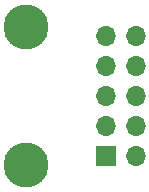
<source format=gbs>
G04 #@! TF.GenerationSoftware,KiCad,Pcbnew,7.0.0-da2b9df05c~163~ubuntu22.04.1*
G04 #@! TF.CreationDate,2023-02-19T21:10:27+00:00*
G04 #@! TF.ProjectId,simpleadapter,73696d70-6c65-4616-9461-707465722e6b,rev?*
G04 #@! TF.SameCoordinates,Original*
G04 #@! TF.FileFunction,Soldermask,Bot*
G04 #@! TF.FilePolarity,Negative*
%FSLAX46Y46*%
G04 Gerber Fmt 4.6, Leading zero omitted, Abs format (unit mm)*
G04 Created by KiCad (PCBNEW 7.0.0-da2b9df05c~163~ubuntu22.04.1) date 2023-02-19 21:10:27*
%MOMM*%
%LPD*%
G01*
G04 APERTURE LIST*
%ADD10C,0.001000*%
%ADD11C,3.800000*%
%ADD12R,1.700000X1.700000*%
%ADD13O,1.700000X1.700000*%
G04 APERTURE END LIST*
D10*
X149177000Y-91984000D03*
X149177000Y-96484000D03*
D11*
X149177000Y-88384000D03*
X149177000Y-100084000D03*
D12*
X155955999Y-99313999D03*
D13*
X158495999Y-99313999D03*
X155955999Y-96773999D03*
X158495999Y-96773999D03*
X155955999Y-94233999D03*
X158495999Y-94233999D03*
X155955999Y-91693999D03*
X158495999Y-91693999D03*
X155955999Y-89153999D03*
X158495999Y-89153999D03*
M02*

</source>
